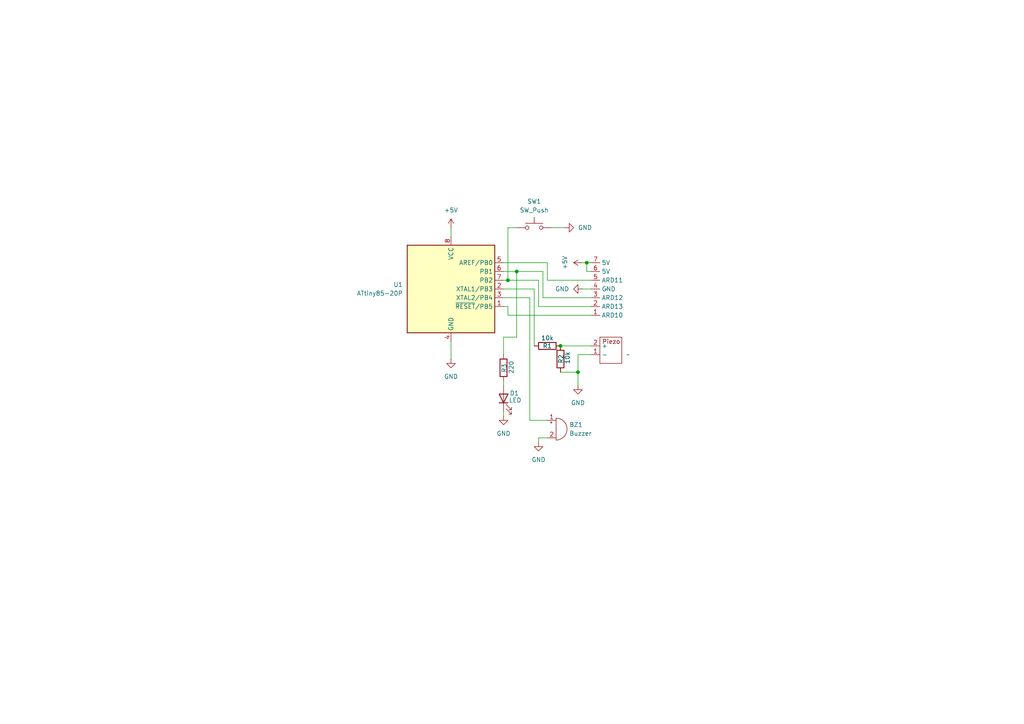
<source format=kicad_sch>
(kicad_sch (version 20231120) (generator "eeschema") (generator_version "8.0")
  (paper "A4")
  (lib_symbols
    (symbol "Device:Buzzer" (pin_names (offset 0.0254) hide)
      (property "Reference" "BZ" (at 3.81 1.27 0))
      (property "Value" "Buzzer" (at 3.81 -1.27 0))
      (symbol "Buzzer_0_1"
        (arc (start 0 -3.175) (mid 3.1612 0) (end 0 3.175))
        (polyline (pts (xy -1.651 1.905) (xy -1.143 1.905)))
        (polyline (pts (xy -1.397 2.159) (xy -1.397 1.651)))
        (polyline (pts (xy 0 3.175) (xy 0 -3.175)))
      )
      (symbol "Buzzer_1_1"
        (pin passive line (at -2.54 2.54 0) (length 2.54) (name "+") (number "1"))
        (pin passive line (at -2.54 -2.54 0) (length 2.54) (name "-") (number "2"))
      )
    )
    (symbol "Device:LED" (pin_numbers hide) (pin_names (offset 1.016) hide)
      (property "Reference" "D" (at 0 2.54 0))
      (property "Value" "LED" (at 0 -2.54 0))
      (symbol "LED_0_1"
        (polyline (pts (xy -1.27 -1.27) (xy -1.27 1.27)) (stroke (width 0.254)))
        (polyline (pts (xy -1.27 0) (xy 1.27 0)))
        (polyline (pts (xy 1.27 -1.27) (xy 1.27 1.27) (xy -1.27 0) (xy 1.27 -1.27)) (stroke (width 0.254)))
        (polyline (pts (xy -3.048 -0.762) (xy -4.572 -2.286) (xy -3.81 -2.286) (xy -4.572 -2.286) (xy -4.572 -1.524)))
        (polyline (pts (xy -1.778 -0.762) (xy -3.302 -2.286) (xy -2.54 -2.286) (xy -3.302 -2.286) (xy -3.302 -1.524)))
      )
      (symbol "LED_1_1"
        (pin passive line (at -3.81 0 0) (length 2.54) (name "K") (number "1"))
        (pin passive line (at 3.81 0 180) (length 2.54) (name "A") (number "2"))
      )
    )
    (symbol "Device:R" (pin_numbers hide) (pin_names (offset 0))
      (property "Reference" "R" (at 2.032 0 90))
      (property "Value" "R" (at 0 0 90))
      (symbol "R_0_1"
        (rectangle (start -1.016 -2.54) (end 1.016 2.54) (stroke (width 0.254)))
      )
      (symbol "R_1_1"
        (pin passive line (at 0 3.81 270) (length 1.27) (name "~") (number "1"))
        (pin passive line (at 0 -3.81 90) (length 1.27) (name "~") (number "2"))
      )
    )
    (symbol "MCU_Microchip_ATtiny:ATtiny85-20P"
      (property "Reference" "U" (at -12.7 13.97 0))
      (property "Value" "ATtiny85-20P" (at 2.54 -13.97 0))
      (symbol "ATtiny85-20P_0_1"
        (rectangle (start -12.7 -12.7) (end 12.7 12.7) (stroke (width 0.254)) (fill (type background)))
      )
      (symbol "ATtiny85-20P_1_1"
        (pin bidirectional line (at 15.24 -5.08 180) (length 2.54) (name "~{RESET}/PB5") (number "1"))
        (pin bidirectional line (at 15.24 0 180) (length 2.54) (name "XTAL1/PB3") (number "2"))
        (pin bidirectional line (at 15.24 -2.54 180) (length 2.54) (name "XTAL2/PB4") (number "3"))
        (pin power_in line (at 0 -15.24 90) (length 2.54) (name "GND") (number "4"))
        (pin bidirectional line (at 15.24 7.62 180) (length 2.54) (name "AREF/PB0") (number "5"))
        (pin bidirectional line (at 15.24 5.08 180) (length 2.54) (name "PB1") (number "6"))
        (pin bidirectional line (at 15.24 2.54 180) (length 2.54) (name "PB2") (number "7"))
        (pin power_in line (at 0 15.24 270) (length 2.54) (name "VCC") (number "8"))
      )
    )
    (symbol "Switch:SW_Push" (pin_numbers hide) (pin_names (offset 1.016) hide)
      (property "Reference" "SW" (at 1.27 2.54 0))
      (property "Value" "SW_Push" (at 0 -1.524 0))
      (symbol "SW_Push_0_1"
        (circle (center -2.032 0) (radius 0.508))
        (polyline (pts (xy 0 1.27) (xy 0 3.048)))
        (polyline (pts (xy 2.54 1.27) (xy -2.54 1.27)))
        (circle (center 2.032 0) (radius 0.508))
        (pin passive line (at -5.08 0 0) (length 2.54) (name "1") (number "1"))
        (pin passive line (at 5.08 0 180) (length 2.54) (name "2") (number "2"))
      )
    )
    (symbol "Symbols:Arduino_connector"
      (symbol "Arduino_connector_1_1"
        (pin input line (at 0 15.24 180) (length 2.54) (name "ARD10") (number "1"))
        (pin input line (at 0 12.7 180) (length 2.54) (name "ARD13") (number "2"))
        (pin input line (at 0 10.16 180) (length 2.54) (name "ARD12") (number "3"))
        (pin input line (at 0 7.62 180) (length 2.54) (name "GND") (number "4"))
        (pin input line (at 0 5.08 180) (length 2.54) (name "ARD11") (number "5"))
        (pin input line (at 0 2.54 180) (length 2.54) (name "5V") (number "6"))
        (pin input line (at 0 0 180) (length 2.54) (name "5V") (number "7"))
      )
    )
    (symbol "Symbols:Piezo"
      (property "Reference" "U" (at 0 0 0))
      (symbol "Piezo_0_1"
        (rectangle (start 0 5.08) (end 6.35 -2.54))
      )
      (symbol "Piezo_1_1"
        (text "Piezo" (at 3.302 3.81 0) (effects (font (size 1.27 1.27))))
        (pin input line (at -2.54 0 0) (length 2.54) (name "-") (number "1"))
        (pin input line (at -2.54 2.54 0) (length 2.54) (name "+") (number "2"))
      )
    )
    (symbol "power:+5V" (power) (pin_numbers hide) (pin_names (offset 0) hide)
      (property "Value" "+5V" (at 0 3.556 0))
      (symbol "+5V_0_1"
        (polyline (pts (xy -0.762 1.27) (xy 0 2.54)))
        (polyline (pts (xy 0 0) (xy 0 2.54)))
        (polyline (pts (xy 0 2.54) (xy 0.762 1.27)))
      )
      (symbol "+5V_1_1"
        (pin power_in line (at 0 0 90) (length 0) (name "~") (number "1"))
      )
    )
    (symbol "power:GND" (power) (pin_numbers hide) (pin_names (offset 0) hide)
      (property "Value" "GND" (at 0 -3.81 0))
      (symbol "GND_0_1"
        (polyline (pts (xy 0 0) (xy 0 -1.27) (xy 1.27 -1.27) (xy 0 -2.54) (xy -1.27 -1.27) (xy 0 -1.27)))
      )
      (symbol "GND_1_1"
        (pin power_in line (at 0 0 270) (length 0) (name "~") (number "1"))
      )
    )
  )
  (junction (at 149.86 78.74))
  (junction (at 170.18 76.2))
  (junction (at 162.56 100.33))
  (junction (at 167.64 107.95))
  (junction (at 147.32 81.28))
  (wire (pts (xy 158.75 76.2) (xy 158.75 81.28)))
  (wire (pts (xy 146.05 97.79) (xy 146.05 102.87)))
  (wire (pts (xy 130.81 99.06) (xy 130.81 104.14)))
  (wire (pts (xy 162.56 107.95) (xy 167.64 107.95)))
  (wire (pts (xy 162.56 100.33) (xy 171.45 100.33)))
  (wire (pts (xy 147.32 88.9) (xy 147.32 91.44)))
  (wire (pts (xy 167.64 102.87) (xy 171.45 102.87)))
  (wire (pts (xy 147.32 66.04) (xy 149.86 66.04)))
  (wire (pts (xy 146.05 119.38) (xy 146.05 120.65)))
  (wire (pts (xy 153.67 121.92) (xy 158.75 121.92)))
  (wire (pts (xy 147.32 91.44) (xy 171.45 91.44)))
  (wire (pts (xy 146.05 78.74) (xy 149.86 78.74)))
  (wire (pts (xy 171.45 78.74) (xy 170.18 78.74)))
  (wire (pts (xy 156.21 88.9) (xy 171.45 88.9)))
  (wire (pts (xy 146.05 86.36) (xy 153.67 86.36)))
  (wire (pts (xy 146.05 76.2) (xy 158.75 76.2)))
  (wire (pts (xy 157.48 86.36) (xy 171.45 86.36)))
  (wire (pts (xy 146.05 81.28) (xy 147.32 81.28)))
  (wire (pts (xy 149.86 78.74) (xy 157.48 78.74)))
  (wire (pts (xy 168.91 83.82) (xy 171.45 83.82)))
  (wire (pts (xy 156.21 128.27) (xy 156.21 127)))
  (wire (pts (xy 149.86 97.79) (xy 146.05 97.79)))
  (wire (pts (xy 153.67 86.36) (xy 153.67 121.92)))
  (wire (pts (xy 130.81 66.04) (xy 130.81 68.58)))
  (wire (pts (xy 168.91 76.2) (xy 170.18 76.2)))
  (wire (pts (xy 147.32 81.28) (xy 156.21 81.28)))
  (wire (pts (xy 146.05 110.49) (xy 146.05 111.76)))
  (wire (pts (xy 146.05 88.9) (xy 147.32 88.9)))
  (wire (pts (xy 156.21 127) (xy 158.75 127)))
  (wire (pts (xy 167.64 107.95) (xy 167.64 102.87)))
  (wire (pts (xy 160.02 66.04) (xy 163.83 66.04)))
  (wire (pts (xy 146.05 83.82) (xy 154.94 83.82)))
  (wire (pts (xy 149.86 78.74) (xy 149.86 97.79)))
  (wire (pts (xy 170.18 76.2) (xy 171.45 76.2)))
  (wire (pts (xy 158.75 81.28) (xy 171.45 81.28)))
  (wire (pts (xy 147.32 66.04) (xy 147.32 81.28)))
  (wire (pts (xy 167.64 111.76) (xy 167.64 107.95)))
  (wire (pts (xy 157.48 78.74) (xy 157.48 86.36)))
  (wire (pts (xy 170.18 78.74) (xy 170.18 76.2)))
  (wire (pts (xy 154.94 83.82) (xy 154.94 100.33)))
  (wire (pts (xy 156.21 81.28) (xy 156.21 88.9)))
  (symbol (lib_id "Symbols:Arduino_connector") (at 171.45 76.2 180) (unit 1)
    (property "Reference" "U2" (effects (hide yes)))
    (property "Value" "~" (at 175.26 83.82 0) (effects (justify right)))
    (property "Footprint" "Library:Arduino_connector" (effects (hide yes)))
  )
  (symbol (lib_id "power:GND") (at 130.81 104.14 0) (unit 1)
    (property "Reference" "#PWR01" (effects (hide yes)))
    (property "Value" "GND" (at 130.81 109.22 0))
    (property "Description" "Power symbol creates a global label with name \"GND\" , ground" (effects (hide yes)))
  )
  (symbol (lib_id "power:+5V") (at 130.81 66.04 0) (mirror y) (unit 1)
    (property "Reference" "#PWR02" (effects (hide yes)))
    (property "Value" "+5V" (at 130.81 60.96 0))
    (property "Description" "Power symbol creates a global label with name \"+5V\"" (effects (hide yes)))
  )
  (symbol (lib_id "power:GND") (at 146.05 120.65 0) (unit 1)
    (property "Reference" "#PWR07" (effects (hide yes)))
    (property "Value" "GND" (at 146.05 125.73 0))
    (property "Description" "Power symbol creates a global label with name \"GND\" , ground" (effects (hide yes)))
  )
  (symbol (lib_id "power:GND") (at 168.91 83.82 270) (unit 1)
    (property "Reference" "#PWR04" (effects (hide yes)))
    (property "Value" "GND" (at 165.1 83.8199 90) (effects (justify right)))
    (property "Description" "Power symbol creates a global label with name \"GND\" , ground" (effects (hide yes)))
  )
  (symbol (lib_id "Device:LED") (at 146.05 115.57 90) (unit 1)
    (property "Reference" "D1" (at 147.828 114.046 90) (effects (justify right)))
    (property "Value" "LED" (at 147.574 116.078 90) (effects (justify right)))
    (property "Footprint" "LED_THT:LED_D5.0mm" (effects (hide yes)))
    (property "Description" "Light emitting diode" (effects (hide yes)))
  )
  (symbol (lib_id "power:GND") (at 163.83 66.04 90) (unit 1)
    (property "Reference" "#PWR08" (effects (hide yes)))
    (property "Value" "GND" (at 167.64 66.0399 90) (effects (justify right)))
    (property "Description" "Power symbol creates a global label with name \"GND\" , ground" (effects (hide yes)))
  )
  (symbol (lib_id "MCU_Microchip_ATtiny:ATtiny85-20P") (at 130.81 83.82 0) (unit 1)
    (property "Reference" "U1" (at 116.84 82.5499 0) (effects (justify right)))
    (property "Value" "ATtiny85-20P" (at 116.84 85.0899 0) (effects (justify right)))
    (property "Footprint" "Package_DIP:DIP-8_W7.62mm" (effects (hide yes)))
    (property "Datasheet" "http://ww1.microchip.com/downloads/en/DeviceDoc/atmel-2586-avr-8-bit-microcontroller-attiny25-attiny45-attiny85_datasheet.pdf" (effects (hide yes)))
    (property "Description" "20MHz, 8kB Flash, 512B SRAM, 512B EEPROM, debugWIRE, DIP-8" (effects (hide yes)))
  )
  (symbol (lib_id "Symbols:Piezo") (at 173.99 102.87 0) (unit 1)
    (property "Reference" "U3" (effects (hide yes)))
    (property "Value" "~" (at 181.61 102.87 0) (effects (justify left)))
    (property "Footprint" "Library:Piezo" (effects (hide yes)))
  )
  (symbol (lib_id "Device:R") (at 146.05 106.68 0) (unit 1)
    (property "Reference" "R3" (at 146.2209 108.1438 90) (effects (justify left)))
    (property "Value" "220" (at 148.2908 108.4521 90) (effects (justify left)))
    (property "Footprint" "Resistor_THT:R_Axial_DIN0207_L6.3mm_D2.5mm_P10.16mm_Horizontal" (effects (hide yes)))
    (property "Description" "Resistor" (effects (hide yes)))
  )
  (symbol (lib_id "power:GND") (at 167.64 111.76 0) (unit 1)
    (property "Reference" "#PWR05" (effects (hide yes)))
    (property "Value" "GND" (at 167.64 116.84 0))
    (property "Description" "Power symbol creates a global label with name \"GND\" , ground" (effects (hide yes)))
  )
  (symbol (lib_id "power:GND") (at 156.21 128.27 0) (unit 1)
    (property "Reference" "#PWR06" (effects (hide yes)))
    (property "Value" "GND" (at 156.21 133.35 0))
    (property "Description" "Power symbol creates a global label with name \"GND\" , ground" (effects (hide yes)))
  )
  (symbol (lib_id "Device:R") (at 158.75 100.33 90) (unit 1)
    (property "Reference" "R1" (at 158.75 100.33 90))
    (property "Value" "10k" (at 158.75 98.044 90))
    (property "Footprint" "Resistor_THT:R_Axial_DIN0207_L6.3mm_D2.5mm_P10.16mm_Horizontal" (effects (hide yes)))
    (property "Description" "Resistor" (effects (hide yes)))
  )
  (symbol (lib_id "Switch:SW_Push") (at 154.94 66.04 0) (unit 1)
    (property "Reference" "SW1" (at 154.94 58.42 0))
    (property "Value" "SW_Push" (at 154.94 60.96 0))
    (property "Footprint" "Button_Switch_THT:SW_PUSH_6mm" (effects (hide yes)))
    (property "Description" "Push button switch, generic, two pins" (effects (hide yes)))
  )
  (symbol (lib_id "Device:Buzzer") (at 161.29 124.46 0) (unit 1)
    (property "Reference" "BZ1" (at 165.1 123.1899 0) (effects (justify left)))
    (property "Value" "Buzzer" (at 165.1 125.7299 0) (effects (justify left)))
    (property "Footprint" "Buzzer_Beeper:Buzzer_15x7.5RM7.6" (effects (hide yes)))
    (property "Description" "Buzzer, polarized" (effects (hide yes)))
  )
  (symbol (lib_id "power:+5V") (at 168.91 76.2 90) (mirror x) (unit 1)
    (property "Reference" "#PWR03" (effects (hide yes)))
    (property "Value" "+5V" (at 163.83 76.2 0))
    (property "Description" "Power symbol creates a global label with name \"+5V\"" (effects (hide yes)))
  )
  (symbol (lib_id "Device:R") (at 162.56 104.14 180) (unit 1)
    (property "Reference" "R2" (at 162.6854 105.4596 90) (effects (justify right)))
    (property "Value" "10k" (at 164.5938 105.6064 90) (effects (justify right)))
    (property "Footprint" "Resistor_THT:R_Axial_DIN0207_L6.3mm_D2.5mm_P10.16mm_Horizontal" (effects (hide yes)))
    (property "Description" "Resistor" (effects (hide yes)))
  )
)
</source>
